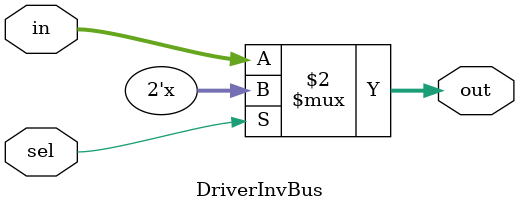
<source format=v>
/*
 * Generated by Digiblock. Don't modify this file!
 * Any changes will be lost if this file is regenerated.
 */
module DemuxBus3 #(
    parameter Bits = 2
)
(
    output [2:0] out_0,
    output [2:0] out_1,
    output [2:0] out_2,
    output [2:0] out_3,
    output [2:0] out_4,
    output [2:0] out_5,
    output [2:0] out_6,
    output [2:0] out_7,
    input [2:0] sel,
    input [2:0] in
);
    assign out_0 = (sel == 3'h0)? in : 3'h0;
    assign out_1 = (sel == 3'h1)? in : 3'h0;
    assign out_2 = (sel == 3'h2)? in : 3'h0;
    assign out_3 = (sel == 3'h3)? in : 3'h0;
    assign out_4 = (sel == 3'h4)? in : 3'h0;
    assign out_5 = (sel == 3'h5)? in : 3'h0;
    assign out_6 = (sel == 3'h6)? in : 3'h0;
    assign out_7 = (sel == 3'h7)? in : 3'h0;
endmodule
module DIG_Counter_Nbit
#(
    parameter Bits = 2
)
(
    output [(Bits-1):0] out,
    output ovf,
    input C,
    input en,
    input clr
);
    reg [(Bits-1):0] count;

    always @ (posedge C) begin
        if (clr)
          count <= 'h0;
        else if (en)
          count <= count + 1'b1;
    end

    assign out = count;
    assign ovf = en? &count : 1'b0;

    initial begin
        count = 'h0;
    end
endmodule
module Mux_4x1_NBits #(
    parameter Bits = 2
)
(
    input [1:0] sel,
    input [(Bits - 1):0] in_0,
    input [(Bits - 1):0] in_1,
    input [(Bits - 1):0] in_2,
    input [(Bits - 1):0] in_3,
    output reg [(Bits - 1):0] out
);
    always @ (*) begin
        case (sel)
            2'h0: out = in_0;
            2'h1: out = in_1;
            2'h2: out = in_2;
            2'h3: out = in_3;
            default:
                out = 'h0;
        endcase
    end
endmodule
module Demux3
(
    output [0:0] out_0,
    output [0:0] out_1,
    output [0:0] out_2,
    output [0:0] out_3,
    output [0:0] out_4,
    output [0:0] out_5,
    output [0:0] out_6,
    output [0:0] out_7,
    input [2:0] sel,
    input [0:0] in
);
    assign out_0 = (sel == 3'h0)? in : 1'h0;
    assign out_1 = (sel == 3'h1)? in : 1'h0;
    assign out_2 = (sel == 3'h2)? in : 1'h0;
    assign out_3 = (sel == 3'h3)? in : 1'h0;
    assign out_4 = (sel == 3'h4)? in : 1'h0;
    assign out_5 = (sel == 3'h5)? in : 1'h0;
    assign out_6 = (sel == 3'h6)? in : 1'h0;
    assign out_7 = (sel == 3'h7)? in : 1'h0;
endmodule
module DIG_Register_BUS #(
    parameter Bits = 1
)
(
    input C,
    input en,
    input [(Bits - 1):0]D,
    output [(Bits - 1):0]Q
);

    reg [(Bits - 1):0] state = 'h0;

    assign Q = state;

    always @ (posedge C) begin
        if (en)
            state <= D;
   end
endmodule
module DIG_Register
(
    input C,
    input en,
    input D,
    output Q
);

    reg  state = 'h0;

    assign Q = state;

    always @ (posedge C) begin
        if (en)
            state <= D;
   end
endmodule
module Mux_2x1_NBits #(
    parameter Bits = 2
)
(
    input [0:0] sel,
    input [(Bits - 1):0] in_0,
    input [(Bits - 1):0] in_1,
    output reg [(Bits - 1):0] out
);
    always @ (*) begin
        case (sel)
            1'h0: out = in_0;
            1'h1: out = in_1;
            default:
                out = 'h0;
        endcase
    end
endmodule
module Mux_8x1_NBits #(
    parameter Bits = 2
)
(
    input [2:0] sel,
    input [(Bits - 1):0] in_0,
    input [(Bits - 1):0] in_1,
    input [(Bits - 1):0] in_2,
    input [(Bits - 1):0] in_3,
    input [(Bits - 1):0] in_4,
    input [(Bits - 1):0] in_5,
    input [(Bits - 1):0] in_6,
    input [(Bits - 1):0] in_7,
    output reg [(Bits - 1):0] out
);
    always @ (*) begin
        case (sel)
            3'h0: out = in_0;
            3'h1: out = in_1;
            3'h2: out = in_2;
            3'h3: out = in_3;
            3'h4: out = in_4;
            3'h5: out = in_5;
            3'h6: out = in_6;
            3'h7: out = in_7;
            default:
                out = 'h0;
        endcase
    end
endmodule
module Mux_8x1
(
    input [2:0] sel,
    input in_0,
    input in_1,
    input in_2,
    input in_3,
    input in_4,
    input in_5,
    input in_6,
    input in_7,
    output reg out
);
    always @ (*) begin
        case (sel)
            3'h0: out = in_0;
            3'h1: out = in_1;
            3'h2: out = in_2;
            3'h3: out = in_3;
            3'h4: out = in_4;
            3'h5: out = in_5;
            3'h6: out = in_6;
            3'h7: out = in_7;
            default:
                out = 'h0;
        endcase
    end
endmodule
module CompUnsigned #(
    parameter Bits = 1
)
(
    input [(Bits -1):0] a,
    input [(Bits -1):0] b,
    output \> ,
    output \= ,
    output \<
);
    assign \> = a > b;
    assign \= = a == b;
    assign \< = a < b;
endmodule
module DIG_RAMDualPort
#(
    parameter Bits = 8,
    parameter AddrBits = 4
)
(
  input [(AddrBits-1):0] A,
  input [(Bits-1):0] Din,
  input str,
  input C,
  input ld,
  output [(Bits-1):0] D
);
  reg [(Bits-1):0] memory[0:((1 << AddrBits) - 1)];

  assign D = ld? memory[A] : 'hz;

  always @ (posedge C) begin
    if (str)
      memory[A] <= Din;
  end
endmodule
module DriverInvBus#(
    parameter Bits = 2
)
(
    input [(Bits-1):0] in,
    input sel,
    output [(Bits-1):0] out
);
    assign out = (sel == 1'b0)? in : {Bits{1'bz}};
endmodule

</source>
